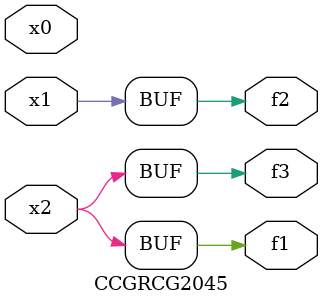
<source format=v>
module CCGRCG2045(
	input x0, x1, x2,
	output f1, f2, f3
);
	assign f1 = x2;
	assign f2 = x1;
	assign f3 = x2;
endmodule

</source>
